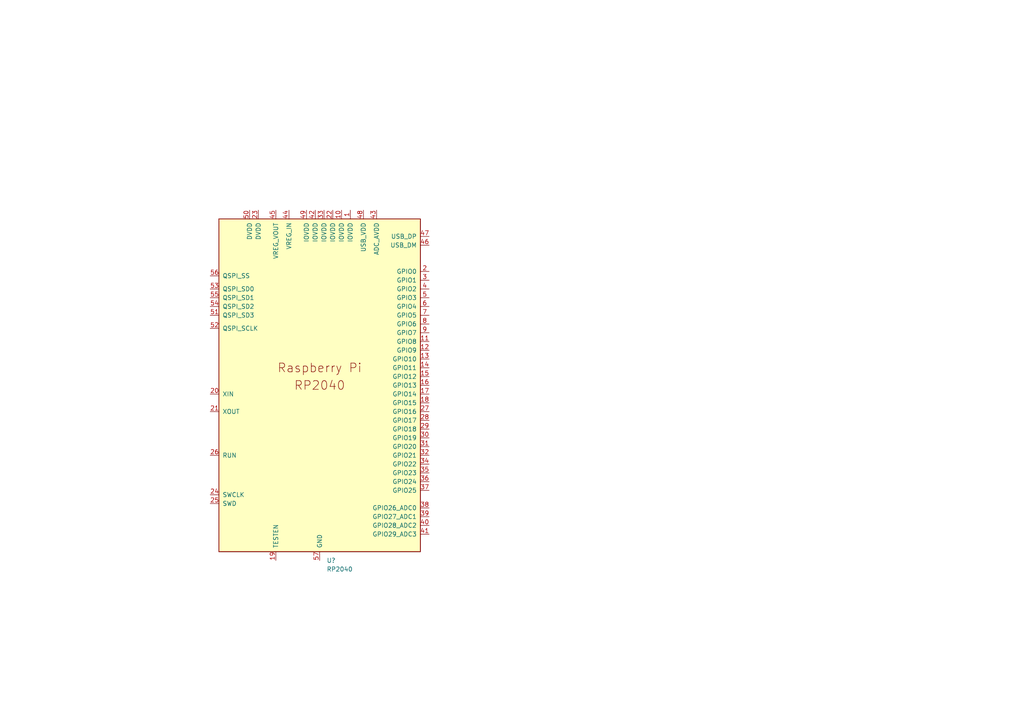
<source format=kicad_sch>
(kicad_sch (version 20211123) (generator eeschema)
  (paper "A4")
  (lib_symbols
    (symbol "MCU_RaspberryPi_RP2040:RP2040" (pin_names (offset 1.016))
      (property "Reference" "U" (at -29.21 49.53 0))
      (property "Value" "RP2040" (at 24.13 -49.53 0))
      (symbol "RP2040_0_0"
        (text "Raspberry Pi" (at 0 5.08 0) (effects (font (size 2.54 2.54))))
        (text "RP2040" (at 0 0 0) (effects (font (size 2.54 2.54))))
      )
      (symbol "RP2040_0_1"
        (rectangle (start 29.21 48.26) (end -29.21 -48.26) (stroke (width 0.254)) (fill (type background)))
      )
      (symbol "RP2040_1_1"
        (pin power_in line (at 8.89 50.8 270) (length 2.54) (name "IOVDD") (number "1"))
        (pin power_in line (at 6.35 50.8 270) (length 2.54) (name "IOVDD") (number "10"))
        (pin bidirectional line (at 31.75 12.7 180) (length 2.54) (name "GPIO8") (number "11"))
        (pin bidirectional line (at 31.75 10.16 180) (length 2.54) (name "GPIO9") (number "12"))
        (pin bidirectional line (at 31.75 7.62 180) (length 2.54) (name "GPIO10") (number "13"))
        (pin bidirectional line (at 31.75 5.08 180) (length 2.54) (name "GPIO11") (number "14"))
        (pin bidirectional line (at 31.75 2.54 180) (length 2.54) (name "GPIO12") (number "15"))
        (pin bidirectional line (at 31.75 0 180) (length 2.54) (name "GPIO13") (number "16"))
        (pin bidirectional line (at 31.75 -2.54 180) (length 2.54) (name "GPIO14") (number "17"))
        (pin bidirectional line (at 31.75 -5.08 180) (length 2.54) (name "GPIO15") (number "18"))
        (pin passive line (at -12.7 -50.8 90) (length 2.54) (name "TESTEN") (number "19"))
        (pin bidirectional line (at 31.75 33.02 180) (length 2.54) (name "GPIO0") (number "2"))
        (pin input line (at -31.75 -2.54 0) (length 2.54) (name "XIN") (number "20"))
        (pin passive line (at -31.75 -7.62 0) (length 2.54) (name "XOUT") (number "21"))
        (pin power_in line (at 3.81 50.8 270) (length 2.54) (name "IOVDD") (number "22"))
        (pin power_in line (at -17.78 50.8 270) (length 2.54) (name "DVDD") (number "23"))
        (pin output line (at -31.75 -31.75 0) (length 2.54) (name "SWCLK") (number "24"))
        (pin bidirectional line (at -31.75 -34.29 0) (length 2.54) (name "SWD") (number "25"))
        (pin input line (at -31.75 -20.32 0) (length 2.54) (name "RUN") (number "26"))
        (pin bidirectional line (at 31.75 -7.62 180) (length 2.54) (name "GPIO16") (number "27"))
        (pin bidirectional line (at 31.75 -10.16 180) (length 2.54) (name "GPIO17") (number "28"))
        (pin bidirectional line (at 31.75 -12.7 180) (length 2.54) (name "GPIO18") (number "29"))
        (pin bidirectional line (at 31.75 30.48 180) (length 2.54) (name "GPIO1") (number "3"))
        (pin bidirectional line (at 31.75 -15.24 180) (length 2.54) (name "GPIO19") (number "30"))
        (pin bidirectional line (at 31.75 -17.78 180) (length 2.54) (name "GPIO20") (number "31"))
        (pin bidirectional line (at 31.75 -20.32 180) (length 2.54) (name "GPIO21") (number "32"))
        (pin power_in line (at 1.27 50.8 270) (length 2.54) (name "IOVDD") (number "33"))
        (pin bidirectional line (at 31.75 -22.86 180) (length 2.54) (name "GPIO22") (number "34"))
        (pin bidirectional line (at 31.75 -25.4 180) (length 2.54) (name "GPIO23") (number "35"))
        (pin bidirectional line (at 31.75 -27.94 180) (length 2.54) (name "GPIO24") (number "36"))
        (pin bidirectional line (at 31.75 -30.48 180) (length 2.54) (name "GPIO25") (number "37"))
        (pin bidirectional line (at 31.75 -35.56 180) (length 2.54) (name "GPIO26_ADC0") (number "38"))
        (pin bidirectional line (at 31.75 -38.1 180) (length 2.54) (name "GPIO27_ADC1") (number "39"))
        (pin bidirectional line (at 31.75 27.94 180) (length 2.54) (name "GPIO2") (number "4"))
        (pin bidirectional line (at 31.75 -40.64 180) (length 2.54) (name "GPIO28_ADC2") (number "40"))
        (pin bidirectional line (at 31.75 -43.18 180) (length 2.54) (name "GPIO29_ADC3") (number "41"))
        (pin power_in line (at -1.27 50.8 270) (length 2.54) (name "IOVDD") (number "42"))
        (pin power_in line (at 16.51 50.8 270) (length 2.54) (name "ADC_AVDD") (number "43"))
        (pin power_in line (at -8.89 50.8 270) (length 2.54) (name "VREG_IN") (number "44"))
        (pin power_out line (at -12.7 50.8 270) (length 2.54) (name "VREG_VOUT") (number "45"))
        (pin bidirectional line (at 31.75 40.64 180) (length 2.54) (name "USB_DM") (number "46"))
        (pin bidirectional line (at 31.75 43.18 180) (length 2.54) (name "USB_DP") (number "47"))
        (pin power_in line (at 12.7 50.8 270) (length 2.54) (name "USB_VDD") (number "48"))
        (pin power_in line (at -3.81 50.8 270) (length 2.54) (name "IOVDD") (number "49"))
        (pin bidirectional line (at 31.75 25.4 180) (length 2.54) (name "GPIO3") (number "5"))
        (pin power_in line (at -20.32 50.8 270) (length 2.54) (name "DVDD") (number "50"))
        (pin bidirectional line (at -31.75 20.32 0) (length 2.54) (name "QSPI_SD3") (number "51"))
        (pin output line (at -31.75 16.51 0) (length 2.54) (name "QSPI_SCLK") (number "52"))
        (pin bidirectional line (at -31.75 27.94 0) (length 2.54) (name "QSPI_SD0") (number "53"))
        (pin bidirectional line (at -31.75 22.86 0) (length 2.54) (name "QSPI_SD2") (number "54"))
        (pin bidirectional line (at -31.75 25.4 0) (length 2.54) (name "QSPI_SD1") (number "55"))
        (pin bidirectional line (at -31.75 31.75 0) (length 2.54) (name "QSPI_SS") (number "56"))
        (pin power_in line (at 0 -50.8 90) (length 2.54) (name "GND") (number "57"))
        (pin bidirectional line (at 31.75 22.86 180) (length 2.54) (name "GPIO4") (number "6"))
        (pin bidirectional line (at 31.75 20.32 180) (length 2.54) (name "GPIO5") (number "7"))
        (pin bidirectional line (at 31.75 17.78 180) (length 2.54) (name "GPIO6") (number "8"))
        (pin bidirectional line (at 31.75 15.24 180) (length 2.54) (name "GPIO7") (number "9"))
      )
    )
  )
  (symbol (lib_id "MCU_RaspberryPi_RP2040:RP2040") (at 92.71 111.76 0) (unit 1)
    (property "Reference" "U?" (at 94.7294 162.56 0) (effects (justify left)))
    (property "Value" "RP2040" (at 94.7294 165.1 0) (effects (justify left)))
    (property "Footprint" "RP2040_minimal:RP2040-QFN-56" (effects hide))
  )
)
</source>
